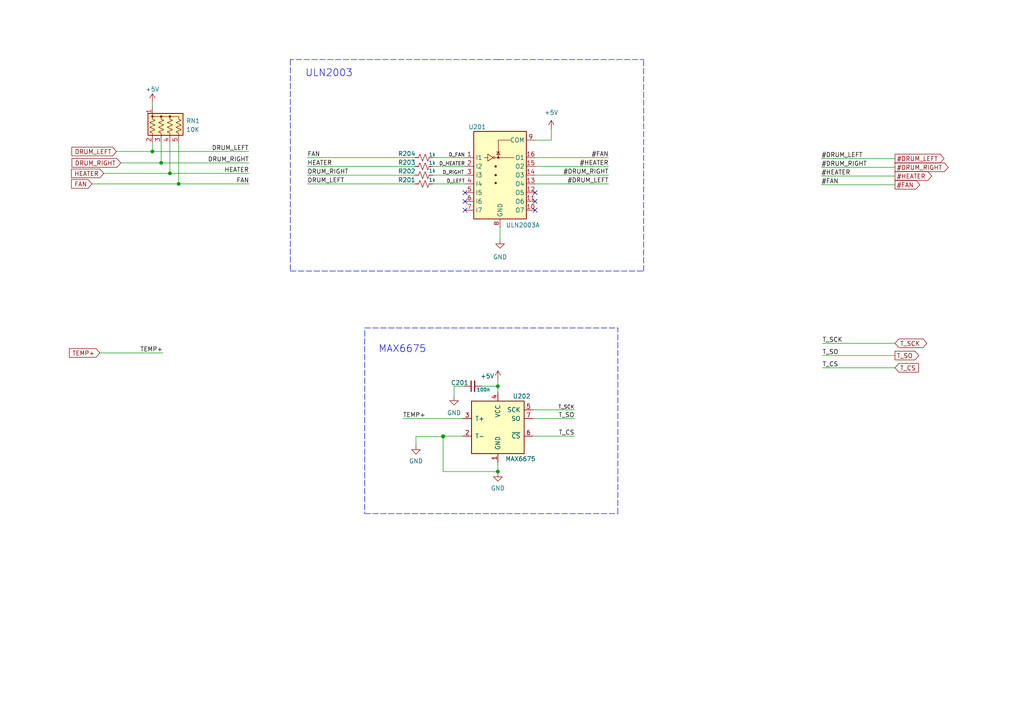
<source format=kicad_sch>
(kicad_sch (version 20211123) (generator eeschema)
  (paper "A4")
  (title_block (title "ULN2003 MAX6675") (date "2022-11-14") (rev "V1.1"))
  (lib_symbols
    (symbol "Device:C_Small" (pin_numbers hide) (pin_names (offset 0.254) hide)
      (property "Reference" "C" (at 0.254 1.778 0))
      (property "Value" "C_Small" (at 0.254 -2.032 0))
      (symbol "C_Small_0_1"
        (polyline (pts (xy -1.524 -0.508) (xy 1.524 -0.508)) (stroke (width 0.3302)))
        (polyline (pts (xy -1.524 0.508) (xy 1.524 0.508)) (stroke (width 0.3048)))
      )
      (symbol "C_Small_1_1"
        (pin passive line (at 0 2.54 270) (length 2.032) (name "~") (number "1"))
        (pin passive line (at 0 -2.54 90) (length 2.032) (name "~") (number "2"))
      )
    )
    (symbol "Device:R_Network04_US" (pin_names (offset 0) hide)
      (property "Reference" "RN" (at -7.62 0 90))
      (property "Value" "R_Network04_US" (at 5.08 0 90))
      (symbol "R_Network04_US_0_1"
        (rectangle (start -6.35 -3.175) (end 3.81 3.175) (stroke (width 0.254)) (fill (type background)))
        (circle (center -5.08 2.286) (radius 0.254) (fill (type outline)))
        (circle (center -2.54 2.286) (radius 0.254) (fill (type outline)))
        (polyline (pts (xy -5.08 2.286) (xy 2.54 2.286)))
        (polyline (pts (xy -5.08 2.286) (xy -5.08 1.524) (xy -4.318 1.1684) (xy -5.842 0.508) (xy -4.318 -0.1524) (xy -5.842 -0.8382) (xy -4.318 -1.524) (xy -5.842 -2.1844) (xy -5.08 -2.54) (xy -5.08 -3.81)))
        (polyline (pts (xy -2.54 2.286) (xy -2.54 1.524) (xy -1.778 1.1684) (xy -3.302 0.508) (xy -1.778 -0.1524) (xy -3.302 -0.8382) (xy -1.778 -1.524) (xy -3.302 -2.1844) (xy -2.54 -2.54) (xy -2.54 -3.81)))
        (polyline (pts (xy 0 2.286) (xy 0 1.524) (xy 0.762 1.1684) (xy -0.762 0.508) (xy 0.762 -0.1524) (xy -0.762 -0.8382) (xy 0.762 -1.524) (xy -0.762 -2.1844) (xy 0 -2.54) (xy 0 -3.81)))
        (polyline (pts (xy 2.54 2.286) (xy 2.54 1.524) (xy 3.302 1.1684) (xy 1.778 0.508) (xy 3.302 -0.1524) (xy 1.778 -0.8382) (xy 3.302 -1.524) (xy 1.778 -2.1844) (xy 2.54 -2.54) (xy 2.54 -3.81)))
        (circle (center 0 2.286) (radius 0.254) (fill (type outline)))
      )
      (symbol "R_Network04_US_1_1"
        (pin passive line (at -5.08 5.08 270) (length 2.54) (name "common") (number "1"))
        (pin passive line (at -5.08 -5.08 90) (length 1.27) (name "R1") (number "2"))
        (pin passive line (at -2.54 -5.08 90) (length 1.27) (name "R2") (number "3"))
        (pin passive line (at 0 -5.08 90) (length 1.27) (name "R3") (number "4"))
        (pin passive line (at 2.54 -5.08 90) (length 1.27) (name "R4") (number "5"))
      )
    )
    (symbol "Device:R_Small_US" (pin_numbers hide) (pin_names (offset 0.254) hide)
      (property "Reference" "R" (at 0.762 0.508 0))
      (property "Value" "R_Small_US" (at 0.762 -1.016 0))
      (symbol "R_Small_US_1_1"
        (polyline (pts (xy 0 0) (xy 1.016 -0.381) (xy 0 -0.762) (xy -1.016 -1.143) (xy 0 -1.524)))
        (polyline (pts (xy 0 1.524) (xy 1.016 1.143) (xy 0 0.762) (xy -1.016 0.381) (xy 0 0)))
        (pin passive line (at 0 2.54 270) (length 1.016) (name "~") (number "1"))
        (pin passive line (at 0 -2.54 90) (length 1.016) (name "~") (number "2"))
      )
    )
    (symbol "Sensor_Temperature:MAX31855KASA" (pin_names (offset 1.016))
      (property "Reference" "U" (at -7.62 8.89 0))
      (property "Value" "MAX31855KASA" (at 1.27 8.89 0))
      (symbol "MAX31855KASA_0_1"
        (rectangle (start -7.62 7.62) (end 7.62 -7.62) (stroke (width 0.254)) (fill (type background)))
      )
      (symbol "MAX31855KASA_1_1"
        (pin power_in line (at 0 -10.16 90) (length 2.54) (name "GND") (number "1"))
        (pin passive line (at -10.16 -2.54 0) (length 2.54) (name "T-") (number "2"))
        (pin passive line (at -10.16 2.54 0) (length 2.54) (name "T+") (number "3"))
        (pin power_in line (at 0 10.16 270) (length 2.54) (name "VCC") (number "4"))
        (pin input line (at 10.16 5.08 180) (length 2.54) (name "SCK") (number "5"))
        (pin input line (at 10.16 -2.54 180) (length 2.54) (name "~{CS}") (number "6"))
        (pin tri_state line (at 10.16 2.54 180) (length 2.54) (name "SO") (number "7"))
      )
    )
    (symbol "Transistor_Array:ULN2003A"
      (property "Reference" "U" (at 0 15.875 0))
      (property "Value" "ULN2003A" (at 0 13.97 0))
      (symbol "ULN2003A_0_1"
        (rectangle (start -7.62 -12.7) (end 7.62 12.7) (stroke (width 0.254)) (fill (type background)))
        (circle (center -1.778 5.08) (radius 0.254))
        (circle (center -1.27 -2.286) (radius 0.254) (fill (type outline)))
        (circle (center -1.27 0) (radius 0.254) (fill (type outline)))
        (circle (center -1.27 2.54) (radius 0.254) (fill (type outline)))
        (circle (center -0.508 5.08) (radius 0.254) (fill (type outline)))
        (polyline (pts (xy -4.572 5.08) (xy -3.556 5.08)))
        (polyline (pts (xy -1.524 5.08) (xy 4.064 5.08)))
        (polyline (pts (xy 0 6.731) (xy -1.016 6.731)))
        (polyline (pts (xy -0.508 5.08) (xy -0.508 10.16) (xy 2.921 10.16)))
        (polyline (pts (xy -3.556 6.096) (xy -3.556 4.064) (xy -2.032 5.08) (xy -3.556 6.096)))
        (polyline (pts (xy 0 5.969) (xy -1.016 5.969) (xy -0.508 6.731) (xy 0 5.969)))
      )
      (symbol "ULN2003A_1_1"
        (pin input line (at -10.16 5.08 0) (length 2.54) (name "I1") (number "1"))
        (pin open_collector line (at 10.16 -10.16 180) (length 2.54) (name "O7") (number "10"))
        (pin open_collector line (at 10.16 -7.62 180) (length 2.54) (name "O6") (number "11"))
        (pin open_collector line (at 10.16 -5.08 180) (length 2.54) (name "O5") (number "12"))
        (pin open_collector line (at 10.16 -2.54 180) (length 2.54) (name "O4") (number "13"))
        (pin open_collector line (at 10.16 0 180) (length 2.54) (name "O3") (number "14"))
        (pin open_collector line (at 10.16 2.54 180) (length 2.54) (name "O2") (number "15"))
        (pin open_collector line (at 10.16 5.08 180) (length 2.54) (name "O1") (number "16"))
        (pin input line (at -10.16 2.54 0) (length 2.54) (name "I2") (number "2"))
        (pin input line (at -10.16 0 0) (length 2.54) (name "I3") (number "3"))
        (pin input line (at -10.16 -2.54 0) (length 2.54) (name "I4") (number "4"))
        (pin input line (at -10.16 -5.08 0) (length 2.54) (name "I5") (number "5"))
        (pin input line (at -10.16 -7.62 0) (length 2.54) (name "I6") (number "6"))
        (pin input line (at -10.16 -10.16 0) (length 2.54) (name "I7") (number "7"))
        (pin power_in line (at 0 -15.24 90) (length 2.54) (name "GND") (number "8"))
        (pin passive line (at 10.16 10.16 180) (length 2.54) (name "COM") (number "9"))
      )
    )
    (symbol "power:+5V" (power) (pin_names (offset 0))
      (property "Value" "+5V" (at 0 3.556 0))
      (symbol "+5V_0_1"
        (polyline (pts (xy -0.762 1.27) (xy 0 2.54)))
        (polyline (pts (xy 0 0) (xy 0 2.54)))
        (polyline (pts (xy 0 2.54) (xy 0.762 1.27)))
      )
      (symbol "+5V_1_1"
        (pin power_in line (at 0 0 90) (length 0) hide (name "+5V") (number "1"))
      )
    )
    (symbol "power:GND" (power) (pin_names (offset 0))
      (property "Value" "GND" (at 0 -3.81 0))
      (symbol "GND_0_1"
        (polyline (pts (xy 0 0) (xy 0 -1.27) (xy 1.27 -1.27) (xy 0 -2.54) (xy -1.27 -1.27) (xy 0 -1.27)))
      )
      (symbol "GND_1_1"
        (pin power_in line (at 0 0 270) (length 0) hide (name "GND") (number "1"))
      )
    )
  )
  (junction (at 144.399 112.014))
  (junction (at 44.196 43.942))
  (junction (at 128.524 126.492))
  (junction (at 144.399 136.779))
  (junction (at 49.276 50.292))
  (junction (at 128.524 126.619))
  (junction (at 46.736 47.244))
  (junction (at 51.816 53.34))
  (no_connect (at 134.874 58.42))
  (no_connect (at 134.874 60.96))
  (no_connect (at 134.874 55.88))
  (no_connect (at 155.194 60.96))
  (no_connect (at 155.194 58.42))
  (no_connect (at 155.194 55.88))
  (wire (pts (xy 46.736 47.244) (xy 35.0266 47.244)))
  (wire (pts (xy 72.2122 47.244) (xy 46.736 47.244)))
  (wire (pts (xy 144.399 112.014) (xy 144.399 113.792)))
  (wire (pts (xy 131.699 112.014) (xy 134.62 112.014)))
  (wire (pts (xy 238.506 99.568) (xy 259.588 99.568)))
  (wire (pts (xy 44.196 43.942) (xy 72.136 43.942)))
  (wire (pts (xy 89.154 48.26) (xy 120.396 48.26)))
  (wire (pts (xy 44.196 41.148) (xy 44.196 43.942)))
  (polyline (pts (xy 105.791 95.123) (xy 179.197 95.123)))
  (polyline (pts (xy 179.197 148.971) (xy 179.197 95.123)))
  (wire (pts (xy 155.194 50.8) (xy 176.53 50.8)))
  (polyline (pts (xy 144.526 17.272) (xy 186.69 17.272)))
  (wire (pts (xy 72.2122 50.292) (xy 49.276 50.292)))
  (wire (pts (xy 89.154 50.8) (xy 120.396 50.8)))
  (wire (pts (xy 238.506 106.68) (xy 259.588 106.68)))
  (wire (pts (xy 144.399 136.779) (xy 144.399 137.033)))
  (wire (pts (xy 259.588 51.054) (xy 238.252 51.054)))
  (wire (pts (xy 128.524 136.779) (xy 144.399 136.779)))
  (wire (pts (xy 120.65 126.619) (xy 128.524 126.619)))
  (wire (pts (xy 159.893 40.64) (xy 155.194 40.64)))
  (polyline (pts (xy 105.791 95.885) (xy 105.791 148.971)))
  (wire (pts (xy 44.196 29.718) (xy 44.196 30.988)))
  (wire (pts (xy 144.399 110.109) (xy 144.399 112.014)))
  (wire (pts (xy 154.559 121.412) (xy 166.624 121.412)))
  (wire (pts (xy 89.154 45.72) (xy 120.396 45.72)))
  (wire (pts (xy 125.476 50.8) (xy 134.874 50.8)))
  (wire (pts (xy 33.782 43.942) (xy 44.196 43.942)))
  (wire (pts (xy 259.588 48.514) (xy 238.252 48.514)))
  (wire (pts (xy 154.559 118.872) (xy 166.624 118.872)))
  (wire (pts (xy 128.524 126.619) (xy 128.524 136.779)))
  (wire (pts (xy 238.506 103.124) (xy 259.588 103.124)))
  (wire (pts (xy 144.399 134.112) (xy 144.399 136.779)))
  (wire (pts (xy 155.194 45.72) (xy 176.53 45.72)))
  (wire (pts (xy 125.476 53.34) (xy 134.874 53.34)))
  (wire (pts (xy 139.7 112.014) (xy 144.399 112.014)))
  (wire (pts (xy 154.559 126.492) (xy 166.624 126.492)))
  (wire (pts (xy 145.034 66.04) (xy 145.034 69.469)))
  (wire (pts (xy 51.816 53.34) (xy 72.263 53.34)))
  (wire (pts (xy 120.65 129.159) (xy 120.65 126.619)))
  (wire (pts (xy 155.194 48.26) (xy 176.53 48.26)))
  (wire (pts (xy 128.524 126.619) (xy 128.524 126.492)))
  (polyline (pts (xy 144.653 17.272) (xy 84.201 17.272)))
  (wire (pts (xy 159.893 37.465) (xy 159.893 40.64)))
  (wire (pts (xy 26.67 53.34) (xy 51.816 53.34)))
  (polyline (pts (xy 105.791 148.971) (xy 179.197 148.971)))
  (wire (pts (xy 131.699 114.935) (xy 131.699 112.014)))
  (wire (pts (xy 125.476 45.72) (xy 134.874 45.72)))
  (wire (pts (xy 259.588 53.594) (xy 238.252 53.594)))
  (polyline (pts (xy 84.201 17.272) (xy 84.201 78.613)))
  (wire (pts (xy 51.816 41.148) (xy 51.816 53.34)))
  (wire (pts (xy 259.588 45.974) (xy 238.252 45.974)))
  (wire (pts (xy 155.194 53.34) (xy 176.53 53.34)))
  (wire (pts (xy 49.276 50.292) (xy 30.099 50.292)))
  (wire (pts (xy 49.276 41.148) (xy 49.276 50.292)))
  (wire (pts (xy 116.84 121.412) (xy 134.239 121.412)))
  (wire (pts (xy 46.736 41.148) (xy 46.736 47.244)))
  (wire (pts (xy 125.476 48.26) (xy 134.874 48.26)))
  (polyline (pts (xy 186.69 78.613) (xy 186.69 17.272)))
  (polyline (pts (xy 84.201 78.613) (xy 186.69 78.613)))
  (wire (pts (xy 89.154 53.34) (xy 120.396 53.34)))
  (wire (pts (xy 134.239 126.492) (xy 128.524 126.492)))
  (wire (pts (xy 28.956 102.362) (xy 47.244 102.362)))
  (text "ULN2003" (at 88.519 22.479 0) (effects (font (size 2.032 2.032)) (justify left bottom)))
  (text "MAX6675" (at 109.728 102.489 0) (effects (font (size 2.032 2.032)) (justify left bottom)))
  (label "#FAN" (at 176.53 45.72 180))
  (label "TEMP+" (at 116.84 121.412 0))
  (label "#DRUM_LEFT" (at 176.53 53.34 180))
  (label "T_CS" (at 238.506 106.68 0))
  (label "D_FAN" (at 134.874 45.72 180) (effects (font (size 1.016 1.016))))
  (label "T_SCK" (at 166.624 118.872 180) (effects (font (size 1.016 1.016))))
  (label "T_SO" (at 238.506 103.124 0))
  (label "#HEATER" (at 238.252 51.054 0))
  (label "HEATER" (at 72.2122 50.292 180))
  (label "T_CS" (at 166.624 126.492 180))
  (label "TEMP+" (at 47.244 102.362 180))
  (label "#HEATER" (at 176.53 48.26 180))
  (label "#FAN" (at 238.252 53.594 0))
  (label "D_LEFT" (at 134.874 53.34 180) (effects (font (size 1.016 1.016))))
  (label "D_HEATER" (at 134.874 48.26 180) (effects (font (size 1.016 1.016))))
  (label "#DRUM_RIGHT" (at 176.53 50.8 180))
  (label "HEATER" (at 89.154 48.26 0))
  (label "DRUM_LEFT" (at 89.154 53.34 0))
  (label "T_SCK" (at 238.506 99.568 0))
  (label "T_SO" (at 166.624 121.412 180))
  (label "DRUM_RIGHT" (at 72.2122 47.244 180))
  (label "FAN" (at 89.154 45.72 0))
  (label "#DRUM_LEFT" (at 238.252 45.974 0))
  (label "#DRUM_RIGHT" (at 238.252 48.514 0))
  (label "DRUM_RIGHT" (at 89.154 50.8 0))
  (label "DRUM_LEFT" (at 72.136 43.942 180))
  (label "FAN" (at 72.263 53.34 180))
  (label "D_RIGHT" (at 134.62 50.8 180) (effects (font (size 1.016 1.016))))
  (global_label "FAN" (shape input) (at 26.67 53.34 180) (property "Intersheet References" "${INTERSHEET_REFS}" (effects hide)))
  (global_label "T_SO" (shape output) (at 259.588 103.124 0) (property "Intersheet References" "${INTERSHEET_REFS}" (effects hide)))
  (global_label "DRUM_LEFT" (shape input) (at 33.782 43.942 180) (property "Intersheet References" "${INTERSHEET_REFS}" (effects hide)))
  (global_label "#FAN" (shape output) (at 259.588 53.594 0) (property "Intersheet References" "${INTERSHEET_REFS}" (effects hide)))
  (global_label "#DRUM_RIGHT" (shape output) (at 259.588 48.514 0) (property "Intersheet References" "${INTERSHEET_REFS}" (effects hide)))
  (global_label "TEMP+" (shape input) (at 28.956 102.362 180) (property "Intersheet References" "${INTERSHEET_REFS}" (effects hide)))
  (global_label "DRUM_RIGHT" (shape input) (at 35.0266 47.244 180) (property "Intersheet References" "${INTERSHEET_REFS}" (effects hide)))
  (global_label "T_CS" (shape input) (at 259.588 106.68 0) (property "Intersheet References" "${INTERSHEET_REFS}" (effects hide)))
  (global_label "#HEATER" (shape output) (at 259.588 51.054 0) (property "Intersheet References" "${INTERSHEET_REFS}" (effects hide)))
  (global_label "HEATER" (shape input) (at 30.099 50.292 180) (property "Intersheet References" "${INTERSHEET_REFS}" (effects hide)))
  (global_label "T_SCK" (shape bidirectional) (at 259.588 99.568 0) (property "Intersheet References" "${INTERSHEET_REFS}" (effects hide)))
  (global_label "#DRUM_LEFT" (shape output) (at 259.588 45.974 0) (property "Intersheet References" "${INTERSHEET_REFS}" (effects hide)))
  (symbol (lib_id "Device:R_Small_US") (at 122.936 48.26 90) (unit 1)
    (property "Reference" "R203" (at 117.983 47.117 90))
    (property "Value" "1k" (at 125.349 47.244 90) (effects (font (size 1.016 1.016))))
    (property "Footprint" "Resistor_THT:R_Axial_DIN0207_L6.3mm_D2.5mm_P10.16mm_Horizontal" (effects hide))
  )
  (symbol (lib_id "Transistor_Array:ULN2003A") (at 145.034 50.8 0) (unit 1)
    (property "Reference" "U201" (at 138.43 36.83 0))
    (property "Value" "ULN2003A" (at 151.638 65.278 0))
    (property "Footprint" "Package_DIP:DIP-16_W7.62mm_Socket_LongPads" (effects hide))
    (property "Datasheet" "http://www.ti.com/lit/ds/symlink/uln2003a.pdf" (effects hide))
  )
  (symbol (lib_id "power:+5V") (at 159.893 37.465 0) (unit 1)
    (property "Reference" "#PWR016" (effects hide))
    (property "Value" "+5V" (at 159.893 32.639 0))
  )
  (symbol (lib_id "Device:R_Network04_US") (at 49.276 36.068 0) (unit 1)
    (property "Reference" "RN1" (at 53.975 35.0519 0) (effects (justify left)))
    (property "Value" "10K" (at 53.975 37.5919 0) (effects (justify left)))
    (property "Footprint" "Resistor_THT:R_Array_SIP5" (effects hide))
    (property "Datasheet" "http://www.vishay.com/docs/31509/csc.pdf" (effects hide))
  )
  (symbol (lib_id "power:+5V") (at 144.399 110.109 0) (unit 1)
    (property "Reference" "#PWR013" (effects hide))
    (property "Value" "+5V" (at 141.351 109.093 0))
  )
  (symbol (lib_id "power:GND") (at 144.399 137.033 0) (unit 1)
    (property "Reference" "#PWR014" (effects hide))
    (property "Value" "GND" (at 144.399 141.605 0))
  )
  (symbol (lib_id "Device:C_Small") (at 137.16 112.014 90) (unit 1)
    (property "Reference" "C201" (at 133.35 110.998 90))
    (property "Value" "100n" (at 140.208 113.03 90) (effects (font (size 1.016 1.016))))
    (property "Footprint" "Capacitor_THT:C_Disc_D4.3mm_W1.9mm_P5.00mm" (effects hide))
  )
  (symbol (lib_id "power:GND") (at 145.034 69.469 0) (unit 1)
    (property "Reference" "#PWR015" (effects hide))
    (property "Value" "GND" (at 145.034 74.549 0))
  )
  (symbol (lib_id "Device:R_Small_US") (at 122.936 50.8 90) (unit 1)
    (property "Reference" "R202" (at 117.983 49.657 90))
    (property "Value" "1k" (at 125.349 49.53 90) (effects (font (size 1.016 1.016))))
    (property "Footprint" "Resistor_THT:R_Axial_DIN0207_L6.3mm_D2.5mm_P10.16mm_Horizontal" (effects hide))
  )
  (symbol (lib_id "Device:R_Small_US") (at 122.936 45.72 90) (unit 1)
    (property "Reference" "R204" (at 117.983 44.577 90))
    (property "Value" "1k" (at 125.349 44.831 90) (effects (font (size 1.016 1.016))))
    (property "Footprint" "Resistor_THT:R_Axial_DIN0207_L6.3mm_D2.5mm_P10.16mm_Horizontal" (effects hide))
  )
  (symbol (lib_id "power:GND") (at 120.65 129.159 0) (unit 1)
    (property "Reference" "#PWR011" (effects hide))
    (property "Value" "GND" (at 120.65 133.731 0))
  )
  (symbol (lib_id "power:GND") (at 131.699 114.935 0) (unit 1)
    (property "Reference" "#PWR012" (effects hide))
    (property "Value" "GND" (at 131.699 119.761 0))
  )
  (symbol (lib_id "Sensor_Temperature:MAX31855KASA") (at 144.399 123.952 0) (unit 1)
    (property "Reference" "U202" (at 148.717 114.935 0) (effects (justify left)))
    (property "Value" "MAX6675" (at 146.558 133.096 0) (effects (justify left)))
    (property "Footprint" "Package_SO:SOIC-8_3.9x4.9mm_P1.27mm" (effects hide))
    (property "Datasheet" "http://datasheets.maximintegrated.com/en/ds/MAX31855.pdf" (effects hide))
  )
  (symbol (lib_id "Device:R_Small_US") (at 122.936 53.34 90) (unit 1)
    (property "Reference" "R201" (at 117.983 52.197 90))
    (property "Value" "1k" (at 125.349 52.197 90) (effects (font (size 1.016 1.016))))
    (property "Footprint" "Resistor_THT:R_Axial_DIN0207_L6.3mm_D2.5mm_P10.16mm_Horizontal" (effects hide))
  )
  (symbol (lib_id "power:+5V") (at 44.196 29.718 0) (unit 1)
    (property "Reference" "#PWR0102" (effects hide))
    (property "Value" "+5V" (at 44.196 25.908 0))
  )
)
</source>
